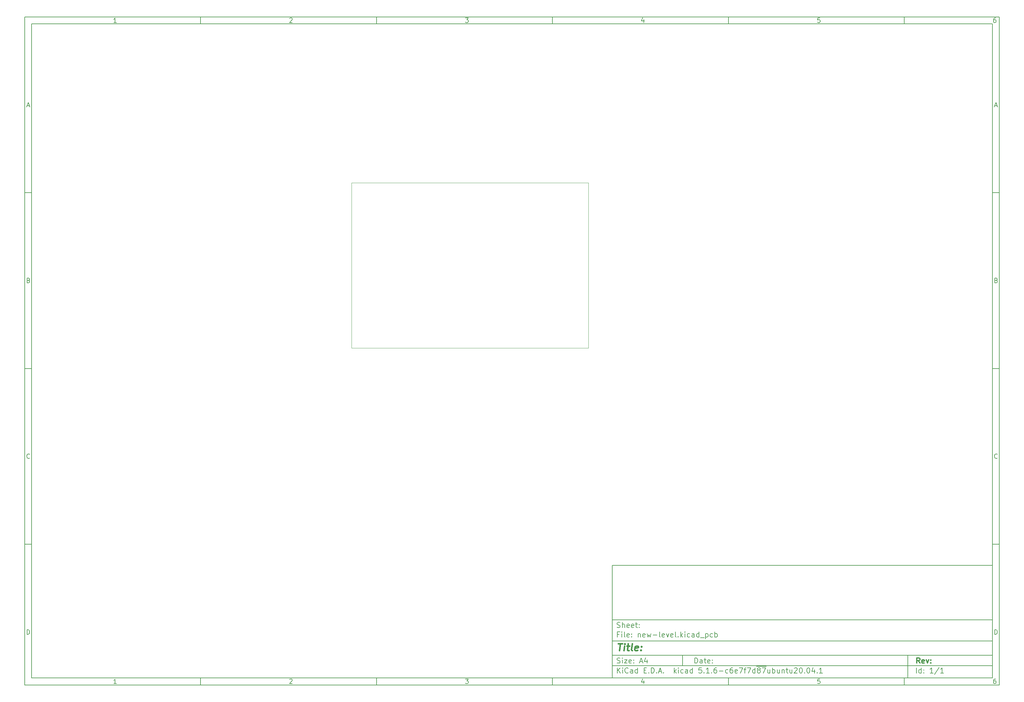
<source format=gbr>
%TF.GenerationSoftware,KiCad,Pcbnew,5.1.6-c6e7f7d~87~ubuntu20.04.1*%
%TF.CreationDate,2020-11-01T10:04:05-08:00*%
%TF.ProjectId,new-level,6e65772d-6c65-4766-956c-2e6b69636164,rev?*%
%TF.SameCoordinates,Original*%
%TF.FileFunction,Profile,NP*%
%FSLAX46Y46*%
G04 Gerber Fmt 4.6, Leading zero omitted, Abs format (unit mm)*
G04 Created by KiCad (PCBNEW 5.1.6-c6e7f7d~87~ubuntu20.04.1) date 2020-11-01 10:04:05*
%MOMM*%
%LPD*%
G01*
G04 APERTURE LIST*
%ADD10C,0.100000*%
%ADD11C,0.150000*%
%ADD12C,0.300000*%
%ADD13C,0.400000*%
%TA.AperFunction,Profile*%
%ADD14C,0.100000*%
%TD*%
G04 APERTURE END LIST*
D10*
D11*
X177002200Y-166007200D02*
X177002200Y-198007200D01*
X285002200Y-198007200D01*
X285002200Y-166007200D01*
X177002200Y-166007200D01*
D10*
D11*
X10000000Y-10000000D02*
X10000000Y-200007200D01*
X287002200Y-200007200D01*
X287002200Y-10000000D01*
X10000000Y-10000000D01*
D10*
D11*
X12000000Y-12000000D02*
X12000000Y-198007200D01*
X285002200Y-198007200D01*
X285002200Y-12000000D01*
X12000000Y-12000000D01*
D10*
D11*
X60000000Y-12000000D02*
X60000000Y-10000000D01*
D10*
D11*
X110000000Y-12000000D02*
X110000000Y-10000000D01*
D10*
D11*
X160000000Y-12000000D02*
X160000000Y-10000000D01*
D10*
D11*
X210000000Y-12000000D02*
X210000000Y-10000000D01*
D10*
D11*
X260000000Y-12000000D02*
X260000000Y-10000000D01*
D10*
D11*
X36065476Y-11588095D02*
X35322619Y-11588095D01*
X35694047Y-11588095D02*
X35694047Y-10288095D01*
X35570238Y-10473809D01*
X35446428Y-10597619D01*
X35322619Y-10659523D01*
D10*
D11*
X85322619Y-10411904D02*
X85384523Y-10350000D01*
X85508333Y-10288095D01*
X85817857Y-10288095D01*
X85941666Y-10350000D01*
X86003571Y-10411904D01*
X86065476Y-10535714D01*
X86065476Y-10659523D01*
X86003571Y-10845238D01*
X85260714Y-11588095D01*
X86065476Y-11588095D01*
D10*
D11*
X135260714Y-10288095D02*
X136065476Y-10288095D01*
X135632142Y-10783333D01*
X135817857Y-10783333D01*
X135941666Y-10845238D01*
X136003571Y-10907142D01*
X136065476Y-11030952D01*
X136065476Y-11340476D01*
X136003571Y-11464285D01*
X135941666Y-11526190D01*
X135817857Y-11588095D01*
X135446428Y-11588095D01*
X135322619Y-11526190D01*
X135260714Y-11464285D01*
D10*
D11*
X185941666Y-10721428D02*
X185941666Y-11588095D01*
X185632142Y-10226190D02*
X185322619Y-11154761D01*
X186127380Y-11154761D01*
D10*
D11*
X236003571Y-10288095D02*
X235384523Y-10288095D01*
X235322619Y-10907142D01*
X235384523Y-10845238D01*
X235508333Y-10783333D01*
X235817857Y-10783333D01*
X235941666Y-10845238D01*
X236003571Y-10907142D01*
X236065476Y-11030952D01*
X236065476Y-11340476D01*
X236003571Y-11464285D01*
X235941666Y-11526190D01*
X235817857Y-11588095D01*
X235508333Y-11588095D01*
X235384523Y-11526190D01*
X235322619Y-11464285D01*
D10*
D11*
X285941666Y-10288095D02*
X285694047Y-10288095D01*
X285570238Y-10350000D01*
X285508333Y-10411904D01*
X285384523Y-10597619D01*
X285322619Y-10845238D01*
X285322619Y-11340476D01*
X285384523Y-11464285D01*
X285446428Y-11526190D01*
X285570238Y-11588095D01*
X285817857Y-11588095D01*
X285941666Y-11526190D01*
X286003571Y-11464285D01*
X286065476Y-11340476D01*
X286065476Y-11030952D01*
X286003571Y-10907142D01*
X285941666Y-10845238D01*
X285817857Y-10783333D01*
X285570238Y-10783333D01*
X285446428Y-10845238D01*
X285384523Y-10907142D01*
X285322619Y-11030952D01*
D10*
D11*
X60000000Y-198007200D02*
X60000000Y-200007200D01*
D10*
D11*
X110000000Y-198007200D02*
X110000000Y-200007200D01*
D10*
D11*
X160000000Y-198007200D02*
X160000000Y-200007200D01*
D10*
D11*
X210000000Y-198007200D02*
X210000000Y-200007200D01*
D10*
D11*
X260000000Y-198007200D02*
X260000000Y-200007200D01*
D10*
D11*
X36065476Y-199595295D02*
X35322619Y-199595295D01*
X35694047Y-199595295D02*
X35694047Y-198295295D01*
X35570238Y-198481009D01*
X35446428Y-198604819D01*
X35322619Y-198666723D01*
D10*
D11*
X85322619Y-198419104D02*
X85384523Y-198357200D01*
X85508333Y-198295295D01*
X85817857Y-198295295D01*
X85941666Y-198357200D01*
X86003571Y-198419104D01*
X86065476Y-198542914D01*
X86065476Y-198666723D01*
X86003571Y-198852438D01*
X85260714Y-199595295D01*
X86065476Y-199595295D01*
D10*
D11*
X135260714Y-198295295D02*
X136065476Y-198295295D01*
X135632142Y-198790533D01*
X135817857Y-198790533D01*
X135941666Y-198852438D01*
X136003571Y-198914342D01*
X136065476Y-199038152D01*
X136065476Y-199347676D01*
X136003571Y-199471485D01*
X135941666Y-199533390D01*
X135817857Y-199595295D01*
X135446428Y-199595295D01*
X135322619Y-199533390D01*
X135260714Y-199471485D01*
D10*
D11*
X185941666Y-198728628D02*
X185941666Y-199595295D01*
X185632142Y-198233390D02*
X185322619Y-199161961D01*
X186127380Y-199161961D01*
D10*
D11*
X236003571Y-198295295D02*
X235384523Y-198295295D01*
X235322619Y-198914342D01*
X235384523Y-198852438D01*
X235508333Y-198790533D01*
X235817857Y-198790533D01*
X235941666Y-198852438D01*
X236003571Y-198914342D01*
X236065476Y-199038152D01*
X236065476Y-199347676D01*
X236003571Y-199471485D01*
X235941666Y-199533390D01*
X235817857Y-199595295D01*
X235508333Y-199595295D01*
X235384523Y-199533390D01*
X235322619Y-199471485D01*
D10*
D11*
X285941666Y-198295295D02*
X285694047Y-198295295D01*
X285570238Y-198357200D01*
X285508333Y-198419104D01*
X285384523Y-198604819D01*
X285322619Y-198852438D01*
X285322619Y-199347676D01*
X285384523Y-199471485D01*
X285446428Y-199533390D01*
X285570238Y-199595295D01*
X285817857Y-199595295D01*
X285941666Y-199533390D01*
X286003571Y-199471485D01*
X286065476Y-199347676D01*
X286065476Y-199038152D01*
X286003571Y-198914342D01*
X285941666Y-198852438D01*
X285817857Y-198790533D01*
X285570238Y-198790533D01*
X285446428Y-198852438D01*
X285384523Y-198914342D01*
X285322619Y-199038152D01*
D10*
D11*
X10000000Y-60000000D02*
X12000000Y-60000000D01*
D10*
D11*
X10000000Y-110000000D02*
X12000000Y-110000000D01*
D10*
D11*
X10000000Y-160000000D02*
X12000000Y-160000000D01*
D10*
D11*
X10690476Y-35216666D02*
X11309523Y-35216666D01*
X10566666Y-35588095D02*
X11000000Y-34288095D01*
X11433333Y-35588095D01*
D10*
D11*
X11092857Y-84907142D02*
X11278571Y-84969047D01*
X11340476Y-85030952D01*
X11402380Y-85154761D01*
X11402380Y-85340476D01*
X11340476Y-85464285D01*
X11278571Y-85526190D01*
X11154761Y-85588095D01*
X10659523Y-85588095D01*
X10659523Y-84288095D01*
X11092857Y-84288095D01*
X11216666Y-84350000D01*
X11278571Y-84411904D01*
X11340476Y-84535714D01*
X11340476Y-84659523D01*
X11278571Y-84783333D01*
X11216666Y-84845238D01*
X11092857Y-84907142D01*
X10659523Y-84907142D01*
D10*
D11*
X11402380Y-135464285D02*
X11340476Y-135526190D01*
X11154761Y-135588095D01*
X11030952Y-135588095D01*
X10845238Y-135526190D01*
X10721428Y-135402380D01*
X10659523Y-135278571D01*
X10597619Y-135030952D01*
X10597619Y-134845238D01*
X10659523Y-134597619D01*
X10721428Y-134473809D01*
X10845238Y-134350000D01*
X11030952Y-134288095D01*
X11154761Y-134288095D01*
X11340476Y-134350000D01*
X11402380Y-134411904D01*
D10*
D11*
X10659523Y-185588095D02*
X10659523Y-184288095D01*
X10969047Y-184288095D01*
X11154761Y-184350000D01*
X11278571Y-184473809D01*
X11340476Y-184597619D01*
X11402380Y-184845238D01*
X11402380Y-185030952D01*
X11340476Y-185278571D01*
X11278571Y-185402380D01*
X11154761Y-185526190D01*
X10969047Y-185588095D01*
X10659523Y-185588095D01*
D10*
D11*
X287002200Y-60000000D02*
X285002200Y-60000000D01*
D10*
D11*
X287002200Y-110000000D02*
X285002200Y-110000000D01*
D10*
D11*
X287002200Y-160000000D02*
X285002200Y-160000000D01*
D10*
D11*
X285692676Y-35216666D02*
X286311723Y-35216666D01*
X285568866Y-35588095D02*
X286002200Y-34288095D01*
X286435533Y-35588095D01*
D10*
D11*
X286095057Y-84907142D02*
X286280771Y-84969047D01*
X286342676Y-85030952D01*
X286404580Y-85154761D01*
X286404580Y-85340476D01*
X286342676Y-85464285D01*
X286280771Y-85526190D01*
X286156961Y-85588095D01*
X285661723Y-85588095D01*
X285661723Y-84288095D01*
X286095057Y-84288095D01*
X286218866Y-84350000D01*
X286280771Y-84411904D01*
X286342676Y-84535714D01*
X286342676Y-84659523D01*
X286280771Y-84783333D01*
X286218866Y-84845238D01*
X286095057Y-84907142D01*
X285661723Y-84907142D01*
D10*
D11*
X286404580Y-135464285D02*
X286342676Y-135526190D01*
X286156961Y-135588095D01*
X286033152Y-135588095D01*
X285847438Y-135526190D01*
X285723628Y-135402380D01*
X285661723Y-135278571D01*
X285599819Y-135030952D01*
X285599819Y-134845238D01*
X285661723Y-134597619D01*
X285723628Y-134473809D01*
X285847438Y-134350000D01*
X286033152Y-134288095D01*
X286156961Y-134288095D01*
X286342676Y-134350000D01*
X286404580Y-134411904D01*
D10*
D11*
X285661723Y-185588095D02*
X285661723Y-184288095D01*
X285971247Y-184288095D01*
X286156961Y-184350000D01*
X286280771Y-184473809D01*
X286342676Y-184597619D01*
X286404580Y-184845238D01*
X286404580Y-185030952D01*
X286342676Y-185278571D01*
X286280771Y-185402380D01*
X286156961Y-185526190D01*
X285971247Y-185588095D01*
X285661723Y-185588095D01*
D10*
D11*
X200434342Y-193785771D02*
X200434342Y-192285771D01*
X200791485Y-192285771D01*
X201005771Y-192357200D01*
X201148628Y-192500057D01*
X201220057Y-192642914D01*
X201291485Y-192928628D01*
X201291485Y-193142914D01*
X201220057Y-193428628D01*
X201148628Y-193571485D01*
X201005771Y-193714342D01*
X200791485Y-193785771D01*
X200434342Y-193785771D01*
X202577200Y-193785771D02*
X202577200Y-193000057D01*
X202505771Y-192857200D01*
X202362914Y-192785771D01*
X202077200Y-192785771D01*
X201934342Y-192857200D01*
X202577200Y-193714342D02*
X202434342Y-193785771D01*
X202077200Y-193785771D01*
X201934342Y-193714342D01*
X201862914Y-193571485D01*
X201862914Y-193428628D01*
X201934342Y-193285771D01*
X202077200Y-193214342D01*
X202434342Y-193214342D01*
X202577200Y-193142914D01*
X203077200Y-192785771D02*
X203648628Y-192785771D01*
X203291485Y-192285771D02*
X203291485Y-193571485D01*
X203362914Y-193714342D01*
X203505771Y-193785771D01*
X203648628Y-193785771D01*
X204720057Y-193714342D02*
X204577200Y-193785771D01*
X204291485Y-193785771D01*
X204148628Y-193714342D01*
X204077200Y-193571485D01*
X204077200Y-193000057D01*
X204148628Y-192857200D01*
X204291485Y-192785771D01*
X204577200Y-192785771D01*
X204720057Y-192857200D01*
X204791485Y-193000057D01*
X204791485Y-193142914D01*
X204077200Y-193285771D01*
X205434342Y-193642914D02*
X205505771Y-193714342D01*
X205434342Y-193785771D01*
X205362914Y-193714342D01*
X205434342Y-193642914D01*
X205434342Y-193785771D01*
X205434342Y-192857200D02*
X205505771Y-192928628D01*
X205434342Y-193000057D01*
X205362914Y-192928628D01*
X205434342Y-192857200D01*
X205434342Y-193000057D01*
D10*
D11*
X177002200Y-194507200D02*
X285002200Y-194507200D01*
D10*
D11*
X178434342Y-196585771D02*
X178434342Y-195085771D01*
X179291485Y-196585771D02*
X178648628Y-195728628D01*
X179291485Y-195085771D02*
X178434342Y-195942914D01*
X179934342Y-196585771D02*
X179934342Y-195585771D01*
X179934342Y-195085771D02*
X179862914Y-195157200D01*
X179934342Y-195228628D01*
X180005771Y-195157200D01*
X179934342Y-195085771D01*
X179934342Y-195228628D01*
X181505771Y-196442914D02*
X181434342Y-196514342D01*
X181220057Y-196585771D01*
X181077200Y-196585771D01*
X180862914Y-196514342D01*
X180720057Y-196371485D01*
X180648628Y-196228628D01*
X180577200Y-195942914D01*
X180577200Y-195728628D01*
X180648628Y-195442914D01*
X180720057Y-195300057D01*
X180862914Y-195157200D01*
X181077200Y-195085771D01*
X181220057Y-195085771D01*
X181434342Y-195157200D01*
X181505771Y-195228628D01*
X182791485Y-196585771D02*
X182791485Y-195800057D01*
X182720057Y-195657200D01*
X182577200Y-195585771D01*
X182291485Y-195585771D01*
X182148628Y-195657200D01*
X182791485Y-196514342D02*
X182648628Y-196585771D01*
X182291485Y-196585771D01*
X182148628Y-196514342D01*
X182077200Y-196371485D01*
X182077200Y-196228628D01*
X182148628Y-196085771D01*
X182291485Y-196014342D01*
X182648628Y-196014342D01*
X182791485Y-195942914D01*
X184148628Y-196585771D02*
X184148628Y-195085771D01*
X184148628Y-196514342D02*
X184005771Y-196585771D01*
X183720057Y-196585771D01*
X183577200Y-196514342D01*
X183505771Y-196442914D01*
X183434342Y-196300057D01*
X183434342Y-195871485D01*
X183505771Y-195728628D01*
X183577200Y-195657200D01*
X183720057Y-195585771D01*
X184005771Y-195585771D01*
X184148628Y-195657200D01*
X186005771Y-195800057D02*
X186505771Y-195800057D01*
X186720057Y-196585771D02*
X186005771Y-196585771D01*
X186005771Y-195085771D01*
X186720057Y-195085771D01*
X187362914Y-196442914D02*
X187434342Y-196514342D01*
X187362914Y-196585771D01*
X187291485Y-196514342D01*
X187362914Y-196442914D01*
X187362914Y-196585771D01*
X188077200Y-196585771D02*
X188077200Y-195085771D01*
X188434342Y-195085771D01*
X188648628Y-195157200D01*
X188791485Y-195300057D01*
X188862914Y-195442914D01*
X188934342Y-195728628D01*
X188934342Y-195942914D01*
X188862914Y-196228628D01*
X188791485Y-196371485D01*
X188648628Y-196514342D01*
X188434342Y-196585771D01*
X188077200Y-196585771D01*
X189577200Y-196442914D02*
X189648628Y-196514342D01*
X189577200Y-196585771D01*
X189505771Y-196514342D01*
X189577200Y-196442914D01*
X189577200Y-196585771D01*
X190220057Y-196157200D02*
X190934342Y-196157200D01*
X190077200Y-196585771D02*
X190577200Y-195085771D01*
X191077200Y-196585771D01*
X191577200Y-196442914D02*
X191648628Y-196514342D01*
X191577200Y-196585771D01*
X191505771Y-196514342D01*
X191577200Y-196442914D01*
X191577200Y-196585771D01*
X194577200Y-196585771D02*
X194577200Y-195085771D01*
X194720057Y-196014342D02*
X195148628Y-196585771D01*
X195148628Y-195585771D02*
X194577200Y-196157200D01*
X195791485Y-196585771D02*
X195791485Y-195585771D01*
X195791485Y-195085771D02*
X195720057Y-195157200D01*
X195791485Y-195228628D01*
X195862914Y-195157200D01*
X195791485Y-195085771D01*
X195791485Y-195228628D01*
X197148628Y-196514342D02*
X197005771Y-196585771D01*
X196720057Y-196585771D01*
X196577200Y-196514342D01*
X196505771Y-196442914D01*
X196434342Y-196300057D01*
X196434342Y-195871485D01*
X196505771Y-195728628D01*
X196577200Y-195657200D01*
X196720057Y-195585771D01*
X197005771Y-195585771D01*
X197148628Y-195657200D01*
X198434342Y-196585771D02*
X198434342Y-195800057D01*
X198362914Y-195657200D01*
X198220057Y-195585771D01*
X197934342Y-195585771D01*
X197791485Y-195657200D01*
X198434342Y-196514342D02*
X198291485Y-196585771D01*
X197934342Y-196585771D01*
X197791485Y-196514342D01*
X197720057Y-196371485D01*
X197720057Y-196228628D01*
X197791485Y-196085771D01*
X197934342Y-196014342D01*
X198291485Y-196014342D01*
X198434342Y-195942914D01*
X199791485Y-196585771D02*
X199791485Y-195085771D01*
X199791485Y-196514342D02*
X199648628Y-196585771D01*
X199362914Y-196585771D01*
X199220057Y-196514342D01*
X199148628Y-196442914D01*
X199077200Y-196300057D01*
X199077200Y-195871485D01*
X199148628Y-195728628D01*
X199220057Y-195657200D01*
X199362914Y-195585771D01*
X199648628Y-195585771D01*
X199791485Y-195657200D01*
X202362914Y-195085771D02*
X201648628Y-195085771D01*
X201577200Y-195800057D01*
X201648628Y-195728628D01*
X201791485Y-195657200D01*
X202148628Y-195657200D01*
X202291485Y-195728628D01*
X202362914Y-195800057D01*
X202434342Y-195942914D01*
X202434342Y-196300057D01*
X202362914Y-196442914D01*
X202291485Y-196514342D01*
X202148628Y-196585771D01*
X201791485Y-196585771D01*
X201648628Y-196514342D01*
X201577200Y-196442914D01*
X203077200Y-196442914D02*
X203148628Y-196514342D01*
X203077200Y-196585771D01*
X203005771Y-196514342D01*
X203077200Y-196442914D01*
X203077200Y-196585771D01*
X204577200Y-196585771D02*
X203720057Y-196585771D01*
X204148628Y-196585771D02*
X204148628Y-195085771D01*
X204005771Y-195300057D01*
X203862914Y-195442914D01*
X203720057Y-195514342D01*
X205220057Y-196442914D02*
X205291485Y-196514342D01*
X205220057Y-196585771D01*
X205148628Y-196514342D01*
X205220057Y-196442914D01*
X205220057Y-196585771D01*
X206577200Y-195085771D02*
X206291485Y-195085771D01*
X206148628Y-195157200D01*
X206077200Y-195228628D01*
X205934342Y-195442914D01*
X205862914Y-195728628D01*
X205862914Y-196300057D01*
X205934342Y-196442914D01*
X206005771Y-196514342D01*
X206148628Y-196585771D01*
X206434342Y-196585771D01*
X206577200Y-196514342D01*
X206648628Y-196442914D01*
X206720057Y-196300057D01*
X206720057Y-195942914D01*
X206648628Y-195800057D01*
X206577200Y-195728628D01*
X206434342Y-195657200D01*
X206148628Y-195657200D01*
X206005771Y-195728628D01*
X205934342Y-195800057D01*
X205862914Y-195942914D01*
X207362914Y-196014342D02*
X208505771Y-196014342D01*
X209862914Y-196514342D02*
X209720057Y-196585771D01*
X209434342Y-196585771D01*
X209291485Y-196514342D01*
X209220057Y-196442914D01*
X209148628Y-196300057D01*
X209148628Y-195871485D01*
X209220057Y-195728628D01*
X209291485Y-195657200D01*
X209434342Y-195585771D01*
X209720057Y-195585771D01*
X209862914Y-195657200D01*
X211148628Y-195085771D02*
X210862914Y-195085771D01*
X210720057Y-195157200D01*
X210648628Y-195228628D01*
X210505771Y-195442914D01*
X210434342Y-195728628D01*
X210434342Y-196300057D01*
X210505771Y-196442914D01*
X210577200Y-196514342D01*
X210720057Y-196585771D01*
X211005771Y-196585771D01*
X211148628Y-196514342D01*
X211220057Y-196442914D01*
X211291485Y-196300057D01*
X211291485Y-195942914D01*
X211220057Y-195800057D01*
X211148628Y-195728628D01*
X211005771Y-195657200D01*
X210720057Y-195657200D01*
X210577200Y-195728628D01*
X210505771Y-195800057D01*
X210434342Y-195942914D01*
X212505771Y-196514342D02*
X212362914Y-196585771D01*
X212077200Y-196585771D01*
X211934342Y-196514342D01*
X211862914Y-196371485D01*
X211862914Y-195800057D01*
X211934342Y-195657200D01*
X212077200Y-195585771D01*
X212362914Y-195585771D01*
X212505771Y-195657200D01*
X212577200Y-195800057D01*
X212577200Y-195942914D01*
X211862914Y-196085771D01*
X213077200Y-195085771D02*
X214077200Y-195085771D01*
X213434342Y-196585771D01*
X214434342Y-195585771D02*
X215005771Y-195585771D01*
X214648628Y-196585771D02*
X214648628Y-195300057D01*
X214720057Y-195157200D01*
X214862914Y-195085771D01*
X215005771Y-195085771D01*
X215362914Y-195085771D02*
X216362914Y-195085771D01*
X215720057Y-196585771D01*
X217577200Y-196585771D02*
X217577200Y-195085771D01*
X217577200Y-196514342D02*
X217434342Y-196585771D01*
X217148628Y-196585771D01*
X217005771Y-196514342D01*
X216934342Y-196442914D01*
X216862914Y-196300057D01*
X216862914Y-195871485D01*
X216934342Y-195728628D01*
X217005771Y-195657200D01*
X217148628Y-195585771D01*
X217434342Y-195585771D01*
X217577200Y-195657200D01*
X217934342Y-194677200D02*
X219362914Y-194677200D01*
X218505771Y-195728628D02*
X218362914Y-195657200D01*
X218291485Y-195585771D01*
X218220057Y-195442914D01*
X218220057Y-195371485D01*
X218291485Y-195228628D01*
X218362914Y-195157200D01*
X218505771Y-195085771D01*
X218791485Y-195085771D01*
X218934342Y-195157200D01*
X219005771Y-195228628D01*
X219077200Y-195371485D01*
X219077200Y-195442914D01*
X219005771Y-195585771D01*
X218934342Y-195657200D01*
X218791485Y-195728628D01*
X218505771Y-195728628D01*
X218362914Y-195800057D01*
X218291485Y-195871485D01*
X218220057Y-196014342D01*
X218220057Y-196300057D01*
X218291485Y-196442914D01*
X218362914Y-196514342D01*
X218505771Y-196585771D01*
X218791485Y-196585771D01*
X218934342Y-196514342D01*
X219005771Y-196442914D01*
X219077200Y-196300057D01*
X219077200Y-196014342D01*
X219005771Y-195871485D01*
X218934342Y-195800057D01*
X218791485Y-195728628D01*
X219362914Y-194677200D02*
X220791485Y-194677200D01*
X219577200Y-195085771D02*
X220577200Y-195085771D01*
X219934342Y-196585771D01*
X221791485Y-195585771D02*
X221791485Y-196585771D01*
X221148628Y-195585771D02*
X221148628Y-196371485D01*
X221220057Y-196514342D01*
X221362914Y-196585771D01*
X221577200Y-196585771D01*
X221720057Y-196514342D01*
X221791485Y-196442914D01*
X222505771Y-196585771D02*
X222505771Y-195085771D01*
X222505771Y-195657200D02*
X222648628Y-195585771D01*
X222934342Y-195585771D01*
X223077200Y-195657200D01*
X223148628Y-195728628D01*
X223220057Y-195871485D01*
X223220057Y-196300057D01*
X223148628Y-196442914D01*
X223077200Y-196514342D01*
X222934342Y-196585771D01*
X222648628Y-196585771D01*
X222505771Y-196514342D01*
X224505771Y-195585771D02*
X224505771Y-196585771D01*
X223862914Y-195585771D02*
X223862914Y-196371485D01*
X223934342Y-196514342D01*
X224077200Y-196585771D01*
X224291485Y-196585771D01*
X224434342Y-196514342D01*
X224505771Y-196442914D01*
X225220057Y-195585771D02*
X225220057Y-196585771D01*
X225220057Y-195728628D02*
X225291485Y-195657200D01*
X225434342Y-195585771D01*
X225648628Y-195585771D01*
X225791485Y-195657200D01*
X225862914Y-195800057D01*
X225862914Y-196585771D01*
X226362914Y-195585771D02*
X226934342Y-195585771D01*
X226577200Y-195085771D02*
X226577200Y-196371485D01*
X226648628Y-196514342D01*
X226791485Y-196585771D01*
X226934342Y-196585771D01*
X228077200Y-195585771D02*
X228077200Y-196585771D01*
X227434342Y-195585771D02*
X227434342Y-196371485D01*
X227505771Y-196514342D01*
X227648628Y-196585771D01*
X227862914Y-196585771D01*
X228005771Y-196514342D01*
X228077200Y-196442914D01*
X228720057Y-195228628D02*
X228791485Y-195157200D01*
X228934342Y-195085771D01*
X229291485Y-195085771D01*
X229434342Y-195157200D01*
X229505771Y-195228628D01*
X229577200Y-195371485D01*
X229577200Y-195514342D01*
X229505771Y-195728628D01*
X228648628Y-196585771D01*
X229577200Y-196585771D01*
X230505771Y-195085771D02*
X230648628Y-195085771D01*
X230791485Y-195157200D01*
X230862914Y-195228628D01*
X230934342Y-195371485D01*
X231005771Y-195657200D01*
X231005771Y-196014342D01*
X230934342Y-196300057D01*
X230862914Y-196442914D01*
X230791485Y-196514342D01*
X230648628Y-196585771D01*
X230505771Y-196585771D01*
X230362914Y-196514342D01*
X230291485Y-196442914D01*
X230220057Y-196300057D01*
X230148628Y-196014342D01*
X230148628Y-195657200D01*
X230220057Y-195371485D01*
X230291485Y-195228628D01*
X230362914Y-195157200D01*
X230505771Y-195085771D01*
X231648628Y-196442914D02*
X231720057Y-196514342D01*
X231648628Y-196585771D01*
X231577200Y-196514342D01*
X231648628Y-196442914D01*
X231648628Y-196585771D01*
X232648628Y-195085771D02*
X232791485Y-195085771D01*
X232934342Y-195157200D01*
X233005771Y-195228628D01*
X233077200Y-195371485D01*
X233148628Y-195657200D01*
X233148628Y-196014342D01*
X233077200Y-196300057D01*
X233005771Y-196442914D01*
X232934342Y-196514342D01*
X232791485Y-196585771D01*
X232648628Y-196585771D01*
X232505771Y-196514342D01*
X232434342Y-196442914D01*
X232362914Y-196300057D01*
X232291485Y-196014342D01*
X232291485Y-195657200D01*
X232362914Y-195371485D01*
X232434342Y-195228628D01*
X232505771Y-195157200D01*
X232648628Y-195085771D01*
X234434342Y-195585771D02*
X234434342Y-196585771D01*
X234077200Y-195014342D02*
X233720057Y-196085771D01*
X234648628Y-196085771D01*
X235220057Y-196442914D02*
X235291485Y-196514342D01*
X235220057Y-196585771D01*
X235148628Y-196514342D01*
X235220057Y-196442914D01*
X235220057Y-196585771D01*
X236720057Y-196585771D02*
X235862914Y-196585771D01*
X236291485Y-196585771D02*
X236291485Y-195085771D01*
X236148628Y-195300057D01*
X236005771Y-195442914D01*
X235862914Y-195514342D01*
D10*
D11*
X177002200Y-191507200D02*
X285002200Y-191507200D01*
D10*
D12*
X264411485Y-193785771D02*
X263911485Y-193071485D01*
X263554342Y-193785771D02*
X263554342Y-192285771D01*
X264125771Y-192285771D01*
X264268628Y-192357200D01*
X264340057Y-192428628D01*
X264411485Y-192571485D01*
X264411485Y-192785771D01*
X264340057Y-192928628D01*
X264268628Y-193000057D01*
X264125771Y-193071485D01*
X263554342Y-193071485D01*
X265625771Y-193714342D02*
X265482914Y-193785771D01*
X265197200Y-193785771D01*
X265054342Y-193714342D01*
X264982914Y-193571485D01*
X264982914Y-193000057D01*
X265054342Y-192857200D01*
X265197200Y-192785771D01*
X265482914Y-192785771D01*
X265625771Y-192857200D01*
X265697200Y-193000057D01*
X265697200Y-193142914D01*
X264982914Y-193285771D01*
X266197200Y-192785771D02*
X266554342Y-193785771D01*
X266911485Y-192785771D01*
X267482914Y-193642914D02*
X267554342Y-193714342D01*
X267482914Y-193785771D01*
X267411485Y-193714342D01*
X267482914Y-193642914D01*
X267482914Y-193785771D01*
X267482914Y-192857200D02*
X267554342Y-192928628D01*
X267482914Y-193000057D01*
X267411485Y-192928628D01*
X267482914Y-192857200D01*
X267482914Y-193000057D01*
D10*
D11*
X178362914Y-193714342D02*
X178577200Y-193785771D01*
X178934342Y-193785771D01*
X179077200Y-193714342D01*
X179148628Y-193642914D01*
X179220057Y-193500057D01*
X179220057Y-193357200D01*
X179148628Y-193214342D01*
X179077200Y-193142914D01*
X178934342Y-193071485D01*
X178648628Y-193000057D01*
X178505771Y-192928628D01*
X178434342Y-192857200D01*
X178362914Y-192714342D01*
X178362914Y-192571485D01*
X178434342Y-192428628D01*
X178505771Y-192357200D01*
X178648628Y-192285771D01*
X179005771Y-192285771D01*
X179220057Y-192357200D01*
X179862914Y-193785771D02*
X179862914Y-192785771D01*
X179862914Y-192285771D02*
X179791485Y-192357200D01*
X179862914Y-192428628D01*
X179934342Y-192357200D01*
X179862914Y-192285771D01*
X179862914Y-192428628D01*
X180434342Y-192785771D02*
X181220057Y-192785771D01*
X180434342Y-193785771D01*
X181220057Y-193785771D01*
X182362914Y-193714342D02*
X182220057Y-193785771D01*
X181934342Y-193785771D01*
X181791485Y-193714342D01*
X181720057Y-193571485D01*
X181720057Y-193000057D01*
X181791485Y-192857200D01*
X181934342Y-192785771D01*
X182220057Y-192785771D01*
X182362914Y-192857200D01*
X182434342Y-193000057D01*
X182434342Y-193142914D01*
X181720057Y-193285771D01*
X183077200Y-193642914D02*
X183148628Y-193714342D01*
X183077200Y-193785771D01*
X183005771Y-193714342D01*
X183077200Y-193642914D01*
X183077200Y-193785771D01*
X183077200Y-192857200D02*
X183148628Y-192928628D01*
X183077200Y-193000057D01*
X183005771Y-192928628D01*
X183077200Y-192857200D01*
X183077200Y-193000057D01*
X184862914Y-193357200D02*
X185577200Y-193357200D01*
X184720057Y-193785771D02*
X185220057Y-192285771D01*
X185720057Y-193785771D01*
X186862914Y-192785771D02*
X186862914Y-193785771D01*
X186505771Y-192214342D02*
X186148628Y-193285771D01*
X187077200Y-193285771D01*
D10*
D11*
X263434342Y-196585771D02*
X263434342Y-195085771D01*
X264791485Y-196585771D02*
X264791485Y-195085771D01*
X264791485Y-196514342D02*
X264648628Y-196585771D01*
X264362914Y-196585771D01*
X264220057Y-196514342D01*
X264148628Y-196442914D01*
X264077200Y-196300057D01*
X264077200Y-195871485D01*
X264148628Y-195728628D01*
X264220057Y-195657200D01*
X264362914Y-195585771D01*
X264648628Y-195585771D01*
X264791485Y-195657200D01*
X265505771Y-196442914D02*
X265577200Y-196514342D01*
X265505771Y-196585771D01*
X265434342Y-196514342D01*
X265505771Y-196442914D01*
X265505771Y-196585771D01*
X265505771Y-195657200D02*
X265577200Y-195728628D01*
X265505771Y-195800057D01*
X265434342Y-195728628D01*
X265505771Y-195657200D01*
X265505771Y-195800057D01*
X268148628Y-196585771D02*
X267291485Y-196585771D01*
X267720057Y-196585771D02*
X267720057Y-195085771D01*
X267577200Y-195300057D01*
X267434342Y-195442914D01*
X267291485Y-195514342D01*
X269862914Y-195014342D02*
X268577200Y-196942914D01*
X271148628Y-196585771D02*
X270291485Y-196585771D01*
X270720057Y-196585771D02*
X270720057Y-195085771D01*
X270577200Y-195300057D01*
X270434342Y-195442914D01*
X270291485Y-195514342D01*
D10*
D11*
X177002200Y-187507200D02*
X285002200Y-187507200D01*
D10*
D13*
X178714580Y-188211961D02*
X179857438Y-188211961D01*
X179036009Y-190211961D02*
X179286009Y-188211961D01*
X180274104Y-190211961D02*
X180440771Y-188878628D01*
X180524104Y-188211961D02*
X180416961Y-188307200D01*
X180500295Y-188402438D01*
X180607438Y-188307200D01*
X180524104Y-188211961D01*
X180500295Y-188402438D01*
X181107438Y-188878628D02*
X181869342Y-188878628D01*
X181476485Y-188211961D02*
X181262200Y-189926247D01*
X181333628Y-190116723D01*
X181512200Y-190211961D01*
X181702676Y-190211961D01*
X182655057Y-190211961D02*
X182476485Y-190116723D01*
X182405057Y-189926247D01*
X182619342Y-188211961D01*
X184190771Y-190116723D02*
X183988390Y-190211961D01*
X183607438Y-190211961D01*
X183428866Y-190116723D01*
X183357438Y-189926247D01*
X183452676Y-189164342D01*
X183571723Y-188973866D01*
X183774104Y-188878628D01*
X184155057Y-188878628D01*
X184333628Y-188973866D01*
X184405057Y-189164342D01*
X184381247Y-189354819D01*
X183405057Y-189545295D01*
X185155057Y-190021485D02*
X185238390Y-190116723D01*
X185131247Y-190211961D01*
X185047914Y-190116723D01*
X185155057Y-190021485D01*
X185131247Y-190211961D01*
X185286009Y-188973866D02*
X185369342Y-189069104D01*
X185262200Y-189164342D01*
X185178866Y-189069104D01*
X185286009Y-188973866D01*
X185262200Y-189164342D01*
D10*
D11*
X178934342Y-185600057D02*
X178434342Y-185600057D01*
X178434342Y-186385771D02*
X178434342Y-184885771D01*
X179148628Y-184885771D01*
X179720057Y-186385771D02*
X179720057Y-185385771D01*
X179720057Y-184885771D02*
X179648628Y-184957200D01*
X179720057Y-185028628D01*
X179791485Y-184957200D01*
X179720057Y-184885771D01*
X179720057Y-185028628D01*
X180648628Y-186385771D02*
X180505771Y-186314342D01*
X180434342Y-186171485D01*
X180434342Y-184885771D01*
X181791485Y-186314342D02*
X181648628Y-186385771D01*
X181362914Y-186385771D01*
X181220057Y-186314342D01*
X181148628Y-186171485D01*
X181148628Y-185600057D01*
X181220057Y-185457200D01*
X181362914Y-185385771D01*
X181648628Y-185385771D01*
X181791485Y-185457200D01*
X181862914Y-185600057D01*
X181862914Y-185742914D01*
X181148628Y-185885771D01*
X182505771Y-186242914D02*
X182577200Y-186314342D01*
X182505771Y-186385771D01*
X182434342Y-186314342D01*
X182505771Y-186242914D01*
X182505771Y-186385771D01*
X182505771Y-185457200D02*
X182577200Y-185528628D01*
X182505771Y-185600057D01*
X182434342Y-185528628D01*
X182505771Y-185457200D01*
X182505771Y-185600057D01*
X184362914Y-185385771D02*
X184362914Y-186385771D01*
X184362914Y-185528628D02*
X184434342Y-185457200D01*
X184577200Y-185385771D01*
X184791485Y-185385771D01*
X184934342Y-185457200D01*
X185005771Y-185600057D01*
X185005771Y-186385771D01*
X186291485Y-186314342D02*
X186148628Y-186385771D01*
X185862914Y-186385771D01*
X185720057Y-186314342D01*
X185648628Y-186171485D01*
X185648628Y-185600057D01*
X185720057Y-185457200D01*
X185862914Y-185385771D01*
X186148628Y-185385771D01*
X186291485Y-185457200D01*
X186362914Y-185600057D01*
X186362914Y-185742914D01*
X185648628Y-185885771D01*
X186862914Y-185385771D02*
X187148628Y-186385771D01*
X187434342Y-185671485D01*
X187720057Y-186385771D01*
X188005771Y-185385771D01*
X188577200Y-185814342D02*
X189720057Y-185814342D01*
X190648628Y-186385771D02*
X190505771Y-186314342D01*
X190434342Y-186171485D01*
X190434342Y-184885771D01*
X191791485Y-186314342D02*
X191648628Y-186385771D01*
X191362914Y-186385771D01*
X191220057Y-186314342D01*
X191148628Y-186171485D01*
X191148628Y-185600057D01*
X191220057Y-185457200D01*
X191362914Y-185385771D01*
X191648628Y-185385771D01*
X191791485Y-185457200D01*
X191862914Y-185600057D01*
X191862914Y-185742914D01*
X191148628Y-185885771D01*
X192362914Y-185385771D02*
X192720057Y-186385771D01*
X193077200Y-185385771D01*
X194220057Y-186314342D02*
X194077200Y-186385771D01*
X193791485Y-186385771D01*
X193648628Y-186314342D01*
X193577200Y-186171485D01*
X193577200Y-185600057D01*
X193648628Y-185457200D01*
X193791485Y-185385771D01*
X194077200Y-185385771D01*
X194220057Y-185457200D01*
X194291485Y-185600057D01*
X194291485Y-185742914D01*
X193577200Y-185885771D01*
X195148628Y-186385771D02*
X195005771Y-186314342D01*
X194934342Y-186171485D01*
X194934342Y-184885771D01*
X195720057Y-186242914D02*
X195791485Y-186314342D01*
X195720057Y-186385771D01*
X195648628Y-186314342D01*
X195720057Y-186242914D01*
X195720057Y-186385771D01*
X196434342Y-186385771D02*
X196434342Y-184885771D01*
X196577200Y-185814342D02*
X197005771Y-186385771D01*
X197005771Y-185385771D02*
X196434342Y-185957200D01*
X197648628Y-186385771D02*
X197648628Y-185385771D01*
X197648628Y-184885771D02*
X197577200Y-184957200D01*
X197648628Y-185028628D01*
X197720057Y-184957200D01*
X197648628Y-184885771D01*
X197648628Y-185028628D01*
X199005771Y-186314342D02*
X198862914Y-186385771D01*
X198577200Y-186385771D01*
X198434342Y-186314342D01*
X198362914Y-186242914D01*
X198291485Y-186100057D01*
X198291485Y-185671485D01*
X198362914Y-185528628D01*
X198434342Y-185457200D01*
X198577200Y-185385771D01*
X198862914Y-185385771D01*
X199005771Y-185457200D01*
X200291485Y-186385771D02*
X200291485Y-185600057D01*
X200220057Y-185457200D01*
X200077200Y-185385771D01*
X199791485Y-185385771D01*
X199648628Y-185457200D01*
X200291485Y-186314342D02*
X200148628Y-186385771D01*
X199791485Y-186385771D01*
X199648628Y-186314342D01*
X199577200Y-186171485D01*
X199577200Y-186028628D01*
X199648628Y-185885771D01*
X199791485Y-185814342D01*
X200148628Y-185814342D01*
X200291485Y-185742914D01*
X201648628Y-186385771D02*
X201648628Y-184885771D01*
X201648628Y-186314342D02*
X201505771Y-186385771D01*
X201220057Y-186385771D01*
X201077200Y-186314342D01*
X201005771Y-186242914D01*
X200934342Y-186100057D01*
X200934342Y-185671485D01*
X201005771Y-185528628D01*
X201077200Y-185457200D01*
X201220057Y-185385771D01*
X201505771Y-185385771D01*
X201648628Y-185457200D01*
X202005771Y-186528628D02*
X203148628Y-186528628D01*
X203505771Y-185385771D02*
X203505771Y-186885771D01*
X203505771Y-185457200D02*
X203648628Y-185385771D01*
X203934342Y-185385771D01*
X204077200Y-185457200D01*
X204148628Y-185528628D01*
X204220057Y-185671485D01*
X204220057Y-186100057D01*
X204148628Y-186242914D01*
X204077200Y-186314342D01*
X203934342Y-186385771D01*
X203648628Y-186385771D01*
X203505771Y-186314342D01*
X205505771Y-186314342D02*
X205362914Y-186385771D01*
X205077200Y-186385771D01*
X204934342Y-186314342D01*
X204862914Y-186242914D01*
X204791485Y-186100057D01*
X204791485Y-185671485D01*
X204862914Y-185528628D01*
X204934342Y-185457200D01*
X205077200Y-185385771D01*
X205362914Y-185385771D01*
X205505771Y-185457200D01*
X206148628Y-186385771D02*
X206148628Y-184885771D01*
X206148628Y-185457200D02*
X206291485Y-185385771D01*
X206577200Y-185385771D01*
X206720057Y-185457200D01*
X206791485Y-185528628D01*
X206862914Y-185671485D01*
X206862914Y-186100057D01*
X206791485Y-186242914D01*
X206720057Y-186314342D01*
X206577200Y-186385771D01*
X206291485Y-186385771D01*
X206148628Y-186314342D01*
D10*
D11*
X177002200Y-181507200D02*
X285002200Y-181507200D01*
D10*
D11*
X178362914Y-183614342D02*
X178577200Y-183685771D01*
X178934342Y-183685771D01*
X179077200Y-183614342D01*
X179148628Y-183542914D01*
X179220057Y-183400057D01*
X179220057Y-183257200D01*
X179148628Y-183114342D01*
X179077200Y-183042914D01*
X178934342Y-182971485D01*
X178648628Y-182900057D01*
X178505771Y-182828628D01*
X178434342Y-182757200D01*
X178362914Y-182614342D01*
X178362914Y-182471485D01*
X178434342Y-182328628D01*
X178505771Y-182257200D01*
X178648628Y-182185771D01*
X179005771Y-182185771D01*
X179220057Y-182257200D01*
X179862914Y-183685771D02*
X179862914Y-182185771D01*
X180505771Y-183685771D02*
X180505771Y-182900057D01*
X180434342Y-182757200D01*
X180291485Y-182685771D01*
X180077200Y-182685771D01*
X179934342Y-182757200D01*
X179862914Y-182828628D01*
X181791485Y-183614342D02*
X181648628Y-183685771D01*
X181362914Y-183685771D01*
X181220057Y-183614342D01*
X181148628Y-183471485D01*
X181148628Y-182900057D01*
X181220057Y-182757200D01*
X181362914Y-182685771D01*
X181648628Y-182685771D01*
X181791485Y-182757200D01*
X181862914Y-182900057D01*
X181862914Y-183042914D01*
X181148628Y-183185771D01*
X183077200Y-183614342D02*
X182934342Y-183685771D01*
X182648628Y-183685771D01*
X182505771Y-183614342D01*
X182434342Y-183471485D01*
X182434342Y-182900057D01*
X182505771Y-182757200D01*
X182648628Y-182685771D01*
X182934342Y-182685771D01*
X183077200Y-182757200D01*
X183148628Y-182900057D01*
X183148628Y-183042914D01*
X182434342Y-183185771D01*
X183577200Y-182685771D02*
X184148628Y-182685771D01*
X183791485Y-182185771D02*
X183791485Y-183471485D01*
X183862914Y-183614342D01*
X184005771Y-183685771D01*
X184148628Y-183685771D01*
X184648628Y-183542914D02*
X184720057Y-183614342D01*
X184648628Y-183685771D01*
X184577200Y-183614342D01*
X184648628Y-183542914D01*
X184648628Y-183685771D01*
X184648628Y-182757200D02*
X184720057Y-182828628D01*
X184648628Y-182900057D01*
X184577200Y-182828628D01*
X184648628Y-182757200D01*
X184648628Y-182900057D01*
D10*
D11*
X197002200Y-191507200D02*
X197002200Y-194507200D01*
D10*
D11*
X261002200Y-191507200D02*
X261002200Y-198007200D01*
D14*
X170180000Y-57150000D02*
X170180000Y-104140000D01*
X102870000Y-57150000D02*
X170180000Y-57150000D01*
X102870000Y-104140000D02*
X102870000Y-57150000D01*
X170180000Y-104140000D02*
X102870000Y-104140000D01*
M02*

</source>
